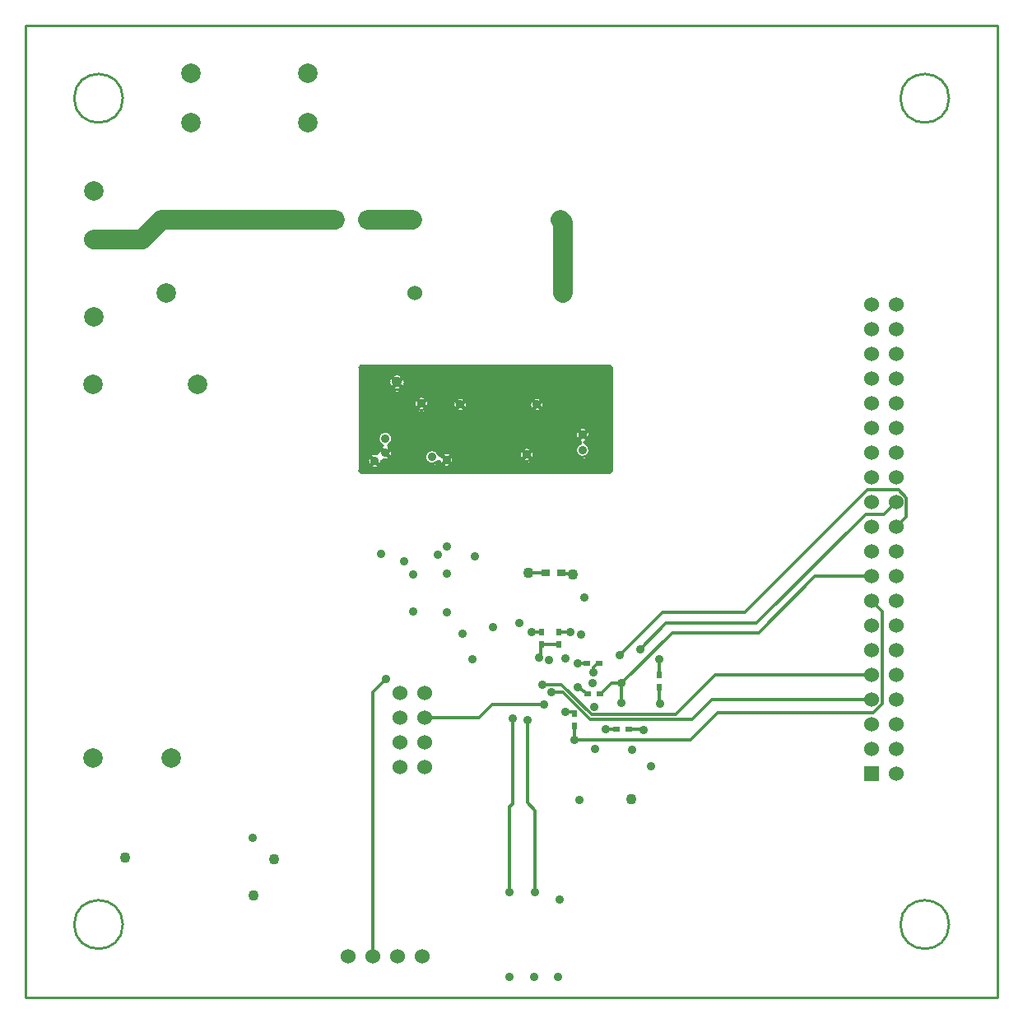
<source format=gbl>
*
*
G04 PADS VX.1.2 Build Number: 698008 generated Gerber (RS-274-X) file*
G04 PC Version=2.1*
*
%IN "opqbox2.pcb"*%
*
%MOIN*%
*
%FSLAX35Y35*%
*
*
*
*
G04 PC Standard Apertures*
*
*
G04 Thermal Relief Aperture macro.*
%AMTER*
1,1,$1,0,0*
1,0,$1-$2,0,0*
21,0,$3,$4,0,0,45*
21,0,$3,$4,0,0,135*
%
*
*
G04 Annular Aperture macro.*
%AMANN*
1,1,$1,0,0*
1,0,$2,0,0*
%
*
*
G04 Odd Aperture macro.*
%AMODD*
1,1,$1,0,0*
1,0,$1-0.005,0,0*
%
*
*
G04 PC Custom Aperture Macros*
*
*
*
*
*
*
G04 PC Aperture Table*
*
%ADD010C,0.001*%
%ADD013C,0.01*%
%ADD028C,0.06*%
%ADD050C,0.04331*%
%ADD073R,0.038X0.03*%
%ADD083R,0.06X0.06*%
%ADD085C,0.01181*%
%ADD087R,0.025X0.02*%
%ADD093R,0.02X0.025*%
%ADD103C,0.015*%
%ADD105C,0.07874*%
%ADD151C,0.03543*%
*
*
*
*
G04 PC Circuitry*
G04 Layer Name opqbox2.pcb - circuitry*
%LPD*%
*
*
G04 PC Custom Flashes*
G04 Layer Name opqbox2.pcb - flashes*
%LPD*%
*
*
G04 PC Circuitry*
G04 Layer Name opqbox2.pcb - circuitry*
%LPD*%
*
G54D10*
G54D13*
G01X305809Y319923D02*
G75*
G03X305809I-2872J0D01*
G01X309958Y340157D02*
G03X309958I-2871J0D01*
G01X278856D02*
G03X278856I-2872J0D01*
G01X263108Y340551D02*
G03X263108I-2872J0D01*
G01X253659Y349213D02*
G03X253659I-3265J0D01*
G01X337295Y313205D02*
Y355299D01*
G03X336795Y355799I-500J0*
G01X235646*
G03X235146Y355299I-0J-500*
G01Y313205*
G03X235646Y312705I500J-0*
G01X336795*
G03X337295Y313205I0J500*
G01X326615Y325270D02*
G03X324566I-1024J2683D01*
G01X326615D02*
G03Y324336I179J-467D01*
G01X324566D02*
G03X326615I1025J-2682D01*
G01X324566D02*
G03Y325270I-179J467D01*
G01X305809Y319923D02*
G03X305809I-2872J0D01*
G01X309958Y340157D02*
G03X309958I-2871J0D01*
G01X267704Y316953D02*
G03X268211Y319486I2768J764D01*
G01X267704Y316953D02*
G03X266828Y317128I-482J-133D01*
G01X267335Y319661D02*
G03X266828Y317128I-2768J-763D01*
G01X267335Y319661D02*
G03X268211Y319486I482J133D01*
G01X278856Y340157D02*
G03X278856I-2872J0D01*
G01X263108Y340551D02*
G03X263108I-2872J0D01*
G01X247056Y323863D02*
G03X244283I-1387J2515D01*
G01X247056D02*
G03Y322987I241J-438D01*
G01X244852Y317720D02*
G03X247056Y322987I817J2752D01*
G01X244852Y317720D02*
G03X244209Y317253I-143J-480D01*
G01X242156Y320076D02*
G03X244209Y317253I-817J-2753D01*
G01X242156Y320076D02*
G03X242798Y320543I143J479D01*
G01X244283Y322987D02*
G03X242798Y320543I1386J-2515D01*
G01X244283Y322987D02*
G03Y323863I-241J438D01*
G01X253659Y349213D02*
G03X253659I-3265J0D01*
G01X235146Y355003D02*
X337295D01*
X235146Y354103D02*
X337295D01*
X235146Y353203D02*
X337295D01*
X251447Y352303D02*
X337295D01*
X252815Y351403D02*
X337295D01*
X253393Y350503D02*
X337295D01*
X253636Y349603D02*
X337295D01*
X253619Y348703D02*
X337295D01*
X253339Y347803D02*
X337295D01*
X252702Y346903D02*
X337295D01*
X250997Y346003D02*
X337295D01*
X235146Y345103D02*
X337295D01*
X235146Y344203D02*
X337295D01*
X261056Y343303D02*
X337295D01*
X308876Y342403D02*
X337295D01*
X309623Y341503D02*
X337295D01*
X309923Y340603D02*
X337295D01*
X309922Y339703D02*
X337295D01*
X309619Y338803D02*
X337295D01*
X308866Y337903D02*
X337295D01*
X235146Y337003D02*
X337295D01*
X235146Y336103D02*
X337295D01*
X235146Y335203D02*
X337295D01*
X235146Y334303D02*
X337295D01*
X235146Y333403D02*
X337295D01*
X235146Y332503D02*
X337295D01*
X235146Y331603D02*
X337295D01*
X326415Y330703D02*
X337295D01*
X327786Y329803D02*
X337295D01*
X328300Y328903D02*
X337295D01*
X328462Y328003D02*
X337295D01*
X328334Y327103D02*
X337295D01*
X327868Y326203D02*
X337295D01*
X326698Y325303D02*
X337295D01*
X326494Y324403D02*
X337295D01*
X327787Y323503D02*
X337295D01*
X328301Y322603D02*
X337295D01*
X328462Y321703D02*
X337295D01*
X328334Y320803D02*
X337295D01*
X327867Y319903D02*
X337295D01*
X326697Y319003D02*
X337295D01*
X305159Y318103D02*
X337295D01*
X303860Y317203D02*
X337295D01*
X272972Y316303D02*
X337295D01*
X272174Y315403D02*
X337295D01*
X241884Y314503D02*
X337295D01*
X235146Y313603D02*
X337295D01*
X235146Y330703D02*
X324766D01*
X247754Y324403D02*
X324688D01*
X305658Y319003D02*
X324485D01*
X248332Y325303D02*
X324483D01*
X235146Y329803D02*
X323395D01*
X246803Y323503D02*
X323394D01*
X305809Y319903D02*
X323314D01*
X248536Y326203D02*
X323313D01*
X247036Y328903D02*
X322881D01*
X303966Y322603D02*
X322881D01*
X305670Y320803D02*
X322848D01*
X248448Y327103D02*
X322847D01*
X248037Y328003D02*
X322719D01*
X305190Y321703D02*
X322719D01*
X277763Y337903D02*
X305307D01*
X277774Y342403D02*
X305297D01*
X278517Y338803D02*
X304554D01*
X278521Y341503D02*
X304550D01*
X278820Y339703D02*
X304251D01*
X278821Y340603D02*
X304250D01*
X273298Y317203D02*
X302014D01*
X247594Y322603D02*
X301907D01*
X273318Y318103D02*
X300715D01*
X265179Y321703D02*
X300684D01*
X273040Y319003D02*
X300216D01*
X266715Y320803D02*
X300204D01*
X272334Y319903D02*
X300065D01*
X261348Y337903D02*
X274205D01*
X262431Y342403D02*
X274195D01*
X262515Y338803D02*
X273452D01*
X262945Y341503D02*
X273448D01*
X262980Y339703D02*
X273149D01*
X263107Y340603D02*
X273147D01*
X243475Y315403D02*
X268771D01*
X267257Y319903D02*
X268611D01*
X265798Y316303D02*
X267973D01*
X266902Y317203D02*
X267543D01*
X248264Y321703D02*
X263955D01*
X244023Y316303D02*
X263335D01*
X248522Y320803D02*
X262419D01*
X244208Y317203D02*
X262248D01*
X248484Y319903D02*
X261877D01*
X247292Y318103D02*
X261807D01*
X248137Y319003D02*
X261697D01*
X235146Y343303D02*
X259417D01*
X235146Y337903D02*
X259125D01*
X235146Y342403D02*
X258042D01*
X235146Y338803D02*
X257958D01*
X235146Y341503D02*
X257527D01*
X235146Y339703D02*
X257493D01*
X235146Y340603D02*
X257365D01*
X235146Y346003D02*
X249791D01*
X235146Y352303D02*
X249340D01*
X235146Y346903D02*
X248085D01*
X235146Y351403D02*
X247972D01*
X235146Y347803D02*
X247448D01*
X235146Y350503D02*
X247394D01*
X235146Y348703D02*
X247168D01*
X235146Y349603D02*
X247152D01*
X235146Y323503D02*
X244535D01*
X235146Y328903D02*
X244302D01*
X235146Y322603D02*
X243744D01*
X235146Y324403D02*
X243584D01*
X235146Y328003D02*
X243302D01*
X235146Y321703D02*
X243075D01*
X235146Y325303D02*
X243006D01*
X235146Y327103D02*
X242891D01*
X235146Y320803D02*
X242817D01*
X235146Y326203D02*
X242803D01*
X235146Y314503D02*
X240793D01*
X235146Y319903D02*
X240079D01*
X235146Y315403D02*
X239203D01*
X235146Y319003D02*
X239010D01*
X235146Y316303D02*
X238654D01*
X235146Y318103D02*
X238575D01*
X235146Y317203D02*
X238469D01*
X100000Y100000D02*
Y493701D01*
X493701*
Y100000*
X100000*
X139370Y129528D02*
G03X139370I-9842J0D01*
G01X474016D02*
G03X474016I-9843J0D01*
G01Y464173D02*
G03X474016I-9843J0D01*
G01X139370D02*
G03X139370I-9842J0D01*
G54D28*
G01X452520Y190551D03*
Y200551D03*
X442520D03*
X452520Y210551D03*
X442520D03*
X452520Y220551D03*
X442520D03*
X452520Y230551D03*
X442520D03*
X452520Y240551D03*
X442520D03*
X452520Y250551D03*
X442520D03*
X452520Y260551D03*
X442520D03*
X452520Y270551D03*
X442520D03*
X452520Y280551D03*
X442520D03*
X452520Y290551D03*
X442520D03*
X452520Y300551D03*
X442520D03*
X452520Y310551D03*
X442520D03*
X452520Y320551D03*
X442520D03*
X452520Y330551D03*
X442520D03*
X452520Y340551D03*
X442520D03*
X452520Y350551D03*
X442520D03*
X452520Y360551D03*
X442520D03*
X452520Y370551D03*
X442520D03*
X452520Y380551D03*
X442520D03*
X316535Y414961D03*
X256535D03*
X257480Y385433D03*
X317480D03*
X230709Y116535D03*
X240709D03*
X250709D03*
X260709D03*
X251575Y223425D03*
X261575D03*
X251575Y213425D03*
X261575D03*
X251575Y203425D03*
X261575D03*
X251575Y193425D03*
X261575D03*
G54D50*
X192214Y141289D03*
X140157Y156693D03*
X200787Y155906D03*
X345276Y180315D03*
X303543Y272047D03*
X321654Y271260D03*
X250394Y349213D03*
G54D73*
X310680Y272047D03*
X316880D03*
G54D83*
X442520Y190551D03*
X225140Y414961D03*
X238640D03*
G54D85*
X240709Y116535D02*
Y223709D01*
X246000Y229000*
X306299Y142520D02*
Y175787D01*
X303150Y178937*
Y212205*
X296063Y142520D02*
Y177165D01*
X297244Y178346*
Y212992*
X261575Y213425D02*
X283783D01*
X289074Y218716*
X310054*
X322441Y209902D02*
Y204331D01*
X369370*
X380394Y215354*
X443249*
X446850Y218956*
Y256220*
X350394Y208268D02*
Y208465D01*
X344429*
X339429D02*
X335039D01*
Y208661*
X370103Y212598D02*
X378055Y220551D01*
X442520*
X370103Y212598D02*
X328696D01*
X328696D02*
X317672Y223622D01*
X312992*
X363249Y214567D02*
X379233Y230551D01*
X442520*
X363249Y214567D02*
X329261D01*
X317056Y226772*
X309449*
X329921Y231496D02*
Y233599D01*
X331756Y235433*
X332224*
X327618Y222835D02*
X327541D01*
X323622Y225591*
X332618Y222835D02*
X332868D01*
X337199Y227165*
X341339*
X322441Y214902D02*
Y215539D01*
X318504Y215748*
X341339Y219291D02*
Y227165D01*
X361811Y247638*
X396850*
X419764Y270551*
X442520*
X356693Y225650D02*
Y218898D01*
X357087*
X356693Y230650D02*
Y237008D01*
X309055Y242776D02*
X308858Y242972D01*
X307855Y237795D02*
Y238170D01*
X308661Y238976*
Y242382*
X309055Y242776*
X308858Y247972D02*
Y248031D01*
X305118*
X308858Y242972D02*
X315945D01*
X327224Y235433D02*
X325974D01*
X323594Y235460*
X315945Y247972D02*
Y248031D01*
X320472*
X348819Y240945D02*
X359449Y251575D01*
X396063*
X440157Y295669*
X447638*
X452520Y300551*
X340551Y238583D02*
X357874Y255906D01*
X391339*
X303543Y272047D02*
X310680D01*
X321654Y271260D02*
Y271777D01*
X316880*
Y272047*
X391339Y255906D02*
Y255986D01*
X440864Y305512*
X453485*
X446850Y256220D02*
X442520Y260551D01*
X452520Y290551D02*
X456710Y294742D01*
Y302287*
X453485Y305512*
G54D87*
X332618Y222835D03*
X327618D03*
X339429Y208465D03*
X344429D03*
X332224Y235433D03*
X327224D03*
G54D93*
X322441Y214902D03*
Y209902D03*
X308858Y242972D03*
Y247972D03*
X315945Y242972D03*
Y247972D03*
X356693Y225650D03*
Y230650D03*
G54D103*
X278015Y342188D02*
X277237Y341410D01*
X273954Y342188D02*
X274732Y341410D01*
X273954Y338127D02*
X274732Y338905D01*
X278015Y338127D02*
X277237Y338905D01*
X252703Y351522D02*
X251925Y350744D01*
X248085Y351522D02*
X248863Y350744D01*
X248085Y346904D02*
X248863Y347681D01*
X252703Y346904D02*
X251925Y347681D01*
X304967Y321953D02*
X304190Y321175D01*
X300906Y321953D02*
X301684Y321175D01*
X300906Y317892D02*
X301684Y318670D01*
X304967Y317892D02*
X304190Y318670D01*
X262267Y342582D02*
X261489Y341804D01*
X258206Y342582D02*
X258983Y341804D01*
X258206Y338521D02*
X258983Y339298D01*
X262267Y338521D02*
X261489Y339298D01*
X327621Y329983D02*
X326843Y329206D01*
X323560Y329983D02*
X324338Y329206D01*
X323560Y325922D02*
X324338Y326700D01*
X327621Y325922D02*
X326843Y326700D01*
X247700Y322503D02*
X246922Y321725D01*
X243639Y322503D02*
X244417Y321725D01*
X247700Y318442D02*
X246922Y319220D01*
X309117Y342188D02*
X308339Y341410D01*
X305056Y342188D02*
X305834Y341410D01*
X305056Y338127D02*
X305834Y338905D01*
X309117Y338127D02*
X308339Y338905D01*
X239308Y319353D02*
X240086Y318576D01*
X239308Y315292D02*
X240086Y316070D01*
X243369Y315292D02*
X242591Y316070D01*
X272503Y319747D02*
X271725Y318969D01*
X268442Y319747D02*
X269220Y318969D01*
X268442Y315686D02*
X269220Y316464D01*
X272503Y315686D02*
X271725Y316464D01*
G54D105*
X127362Y348425D03*
X169685D03*
X158858Y196850D03*
X127362D03*
X157087Y385433D03*
X127559Y375591D03*
X214173Y454331D03*
Y474331D03*
X166929Y454331D03*
Y474331D03*
X127559Y426772D03*
Y407087D03*
X317480Y385433D02*
Y414016D01*
X316535Y414961*
X127559Y407087D02*
X147244D01*
X155118Y414961*
X225140*
X238640D02*
X256535D01*
G54D151*
X296063Y108268D03*
X305906D03*
X315748D03*
X306299Y142520D03*
X296063D03*
X316142Y139764D03*
X192126Y164567D03*
X324409Y179921D03*
X353150Y193701D03*
X303150Y212205D03*
X297244Y212992D03*
X322441Y204331D03*
X330709Y200787D03*
X345669Y200394D03*
X335039Y208661D03*
X350394Y208268D03*
X246000Y229000D03*
X312992Y223622D03*
X310054Y218716D03*
X309449Y226772D03*
X330315Y217717D03*
X329921Y231496D03*
X323622Y225591D03*
X329528Y227165D03*
X318504Y215748D03*
X341339Y219291D03*
Y227165D03*
X357087Y218898D03*
X281102Y237008D03*
X276856Y247336D03*
X289370Y250000D03*
X307855Y237795D03*
X305118Y248031D03*
X300000Y251575D03*
X311998Y236566D03*
X324803Y246850D03*
X323594Y235460D03*
X320472Y248031D03*
X318722Y237426D03*
X348819Y240945D03*
X340551Y238583D03*
X356693Y237008D03*
X270472Y271654D03*
Y255906D03*
X257087Y271260D03*
Y256299D03*
X326378Y261811D03*
X253150Y276772D03*
X244094Y279528D03*
X266929Y279134D03*
X270472Y282677D03*
X281890Y278740D03*
X245669Y326378D03*
X241339Y317323D03*
X245669Y320472D03*
X264567Y318898D03*
X270472Y317717D03*
X302937Y319923D03*
X325591Y321654D03*
Y327953D03*
X260236Y340551D03*
X275984Y340157D03*
X307087D03*
G74*
X0Y0D02*
M02*

</source>
